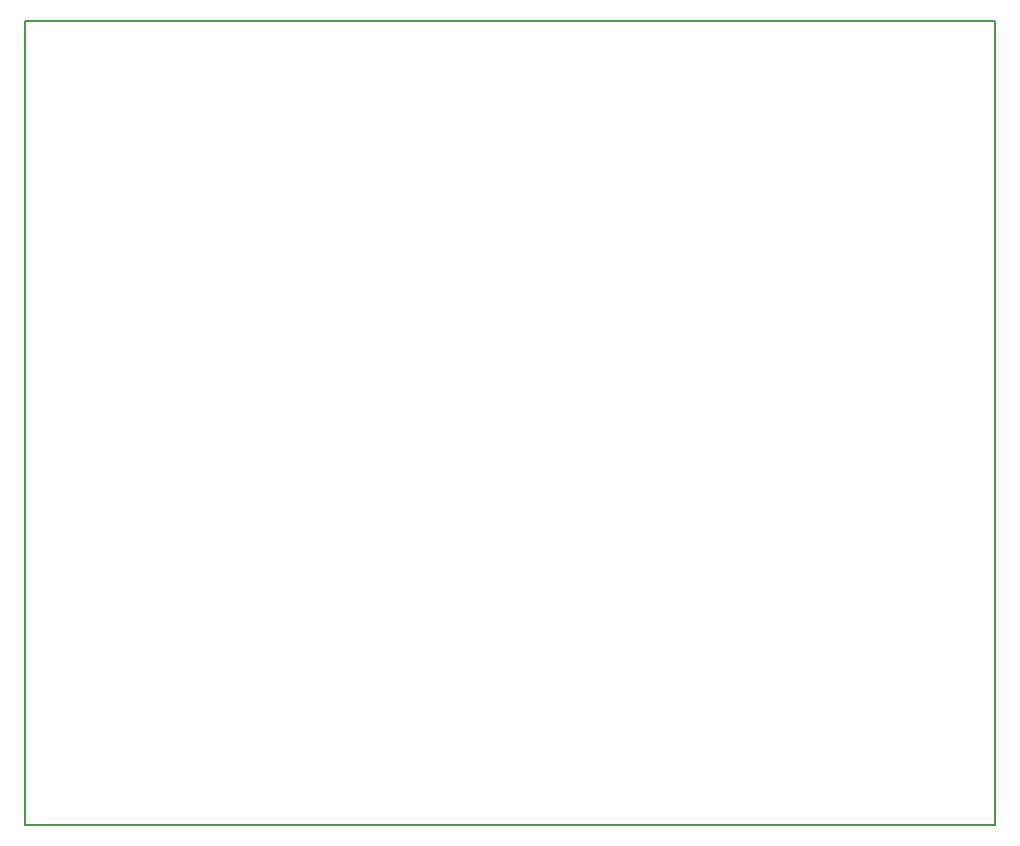
<source format=gbr>
G04 EasyPC Gerber Version 21.0.3 Build 4286 *
G04 #@! TF.Part,Single*
%FSLAX35Y35*%
%MOIN*%
%ADD29C,0.00500*%
X0Y0D02*
D02*
D29*
X25841Y57135D02*
X349069D01*
Y325141*
X25841*
Y57135*
X0Y0D02*
M02*

</source>
